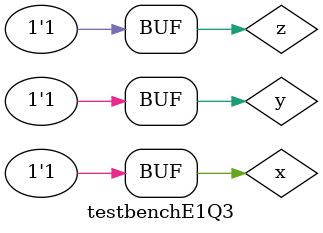
<source format=v>
module testbenchE1Q3();
reg x,y,z;
wire F;
NORGate test(x,y,z,F);
initial
begin
$monitor($time," x=%b,y=%b,z=%b,F=%b",x,y,z,F);
    x=1'b0;y=1'b0;z=1'b0; //1
#50 x=1'b0;y=1'b0;z=1'b1; //2
#50 x=1'b0;y=1'b1;z=1'b0; //3
#50 x=1'b0;y=1'b1;z=1'b1; //4
#50 x=1'b1;y=1'b0;z=1'b0; //5
#50 x=1'b1;y=1'b0;z=1'b1; //6
#50 x=1'b1;y=1'b1;z=1'b0; //7
#50 x=1'b1;y=1'b1;z=1'b1; //8
end
endmodule

</source>
